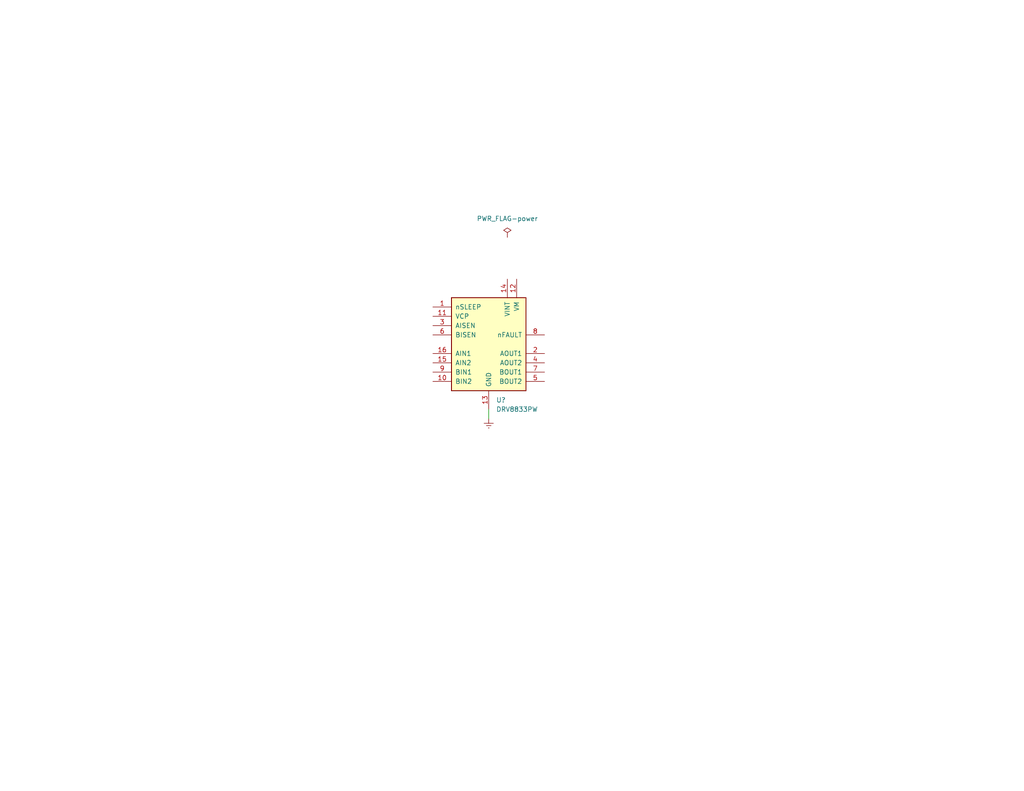
<source format=kicad_sch>
(kicad_sch (version 20211123) (generator eeschema)
  (paper "USLetter")
  (title_block (title "Breakout Board DRV8833") (date "2022-01-06") (rev "1.0") (company "Angel Isidro - Tesla Lab"))
  (lib_symbols
    (symbol "SCH_Tesla:DRV8833PW" (pin_names (offset 1.016))
      (property "Reference" "U" (at -3.81 16.51 0))
      (property "Value" "DRV8833PW" (at -3.81 13.97 0))
      (symbol "DRV8833PW_0_1"
        (rectangle (start -10.16 12.7) (end 10.16 -12.7) (stroke (width 0.254)) (fill (type background)))
      )
      (symbol "DRV8833PW_1_1"
        (pin input line (at -15.24 10.16 0) (length 5.08) (name "nSLEEP") (number "1"))
        (pin input line (at -15.24 -10.16 0) (length 5.08) (name "BIN2") (number "10"))
        (pin bidirectional line (at -15.24 7.62 0) (length 5.08) (name "VCP") (number "11"))
        (pin power_in line (at 7.62 17.78 270) (length 5.08) (name "VM") (number "12"))
        (pin power_in line (at 0 -17.78 90) (length 5.08) (name "GND") (number "13"))
        (pin power_in line (at 5.08 17.78 270) (length 5.08) (name "VINT") (number "14"))
        (pin input line (at -15.24 -5.08 0) (length 5.08) (name "AIN2") (number "15"))
        (pin input line (at -15.24 -2.54 0) (length 5.08) (name "AIN1") (number "16"))
        (pin power_out line (at 15.24 -2.54 180) (length 5.08) (name "AOUT1") (number "2"))
        (pin bidirectional line (at -15.24 5.08 0) (length 5.08) (name "AISEN") (number "3"))
        (pin power_out line (at 15.24 -5.08 180) (length 5.08) (name "AOUT2") (number "4"))
        (pin power_out line (at 15.24 -10.16 180) (length 5.08) (name "BOUT2") (number "5"))
        (pin bidirectional line (at -15.24 2.54 0) (length 5.08) (name "BISEN") (number "6"))
        (pin power_out line (at 15.24 -7.62 180) (length 5.08) (name "BOUT1") (number "7"))
        (pin open_collector line (at 15.24 2.54 180) (length 5.08) (name "nFAULT") (number "8"))
        (pin input line (at -15.24 -7.62 0) (length 5.08) (name "BIN1") (number "9"))
      )
    )
    (symbol "SCH_Tesla:Earth-power" (power) (pin_names (offset 0))
      (symbol "Earth-power_0_1"
        (polyline (pts (xy -0.635 -1.905) (xy 0.635 -1.905)))
        (polyline (pts (xy -0.127 -2.54) (xy 0.127 -2.54)))
        (polyline (pts (xy 0 -1.27) (xy 0 0)))
        (polyline (pts (xy 1.27 -1.27) (xy -1.27 -1.27)))
      )
      (symbol "Earth-power_1_1"
        (pin power_in line (at 0 0 270) (length 0) hide (name "Earth") (number "1"))
      )
    )
    (symbol "SCH_Tesla:PWR_FLAG-power" (power) (pin_numbers hide) (pin_names (offset 0) hide)
      (property "Value" "PWR_FLAG-power" (at 0 3.81 0))
      (symbol "PWR_FLAG-power_0_0"
        (pin power_out line (at 0 0 90) (length 0) (name "pwr") (number "1"))
      )
      (symbol "PWR_FLAG-power_0_1"
        (polyline (pts (xy 0 0) (xy 0 1.27) (xy -1.016 1.905) (xy 0 2.54) (xy 1.016 1.905) (xy 0 1.27)))
      )
    )
  )
  (wire (pts (xy 133.35 111.76) (xy 133.35 114.3)))
  (symbol (lib_id "SCH_Tesla:Earth-power") (at 133.35 114.3 0) (unit 1)
    (property "Reference" "#PWR?" (effects hide))
    (property "Value" "Earth-power" (effects hide))
  )
  (symbol (lib_id "SCH_Tesla:DRV8833PW") (at 133.35 93.98 0) (unit 1)
    (property "Reference" "U?" (at 135.3694 109.22 0) (effects (justify left)))
    (property "Value" "DRV8833PW" (at 135.3694 111.76 0) (effects (justify left)))
    (property "Footprint" "Package_SO:TSSOP-16_4.4x5mm_P0.65mm" (effects hide))
    (property "Datasheet" "https://www.ti.com/lit/ds/symlink/drv8833.pdf?HQS=dis-dk-null-digikeymode-dsf-pf-null-wwe&ts=1639733055714&ref_url=https%253A%252F%252Fwww.ti.com%252Fgeneral%252Fdocs%252Fsuppproductinfo.tsp%253FdistId%253D10%2526gotoUrl%253Dhttps%253A%252F%252Fwww.ti.com%252Flit%252Fgpn%252Fdrv8833" (effects hide))
  )
  (symbol (lib_id "SCH_Tesla:PWR_FLAG-power") (at 138.43 64.77 0) (unit 1)
    (property "Reference" "#FLG?" (effects hide))
    (property "Value" "PWR_FLAG-power" (at 138.43 59.69 0))
  )
)
</source>
